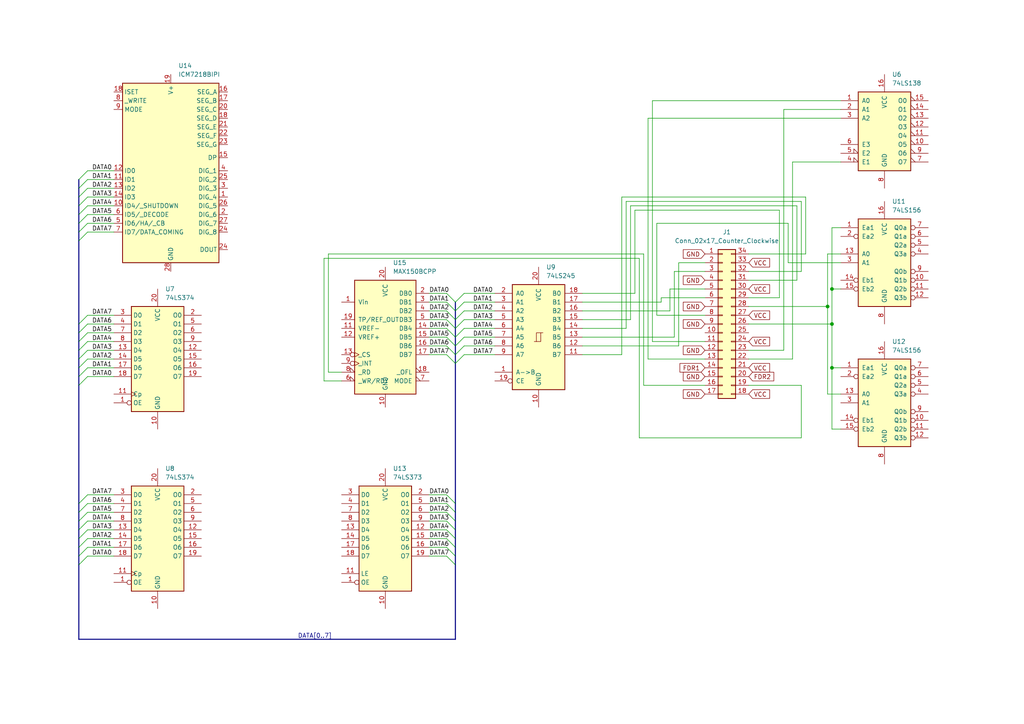
<source format=kicad_sch>
(kicad_sch (version 20230121) (generator eeschema)
  (paper "A4")
  (title_block (title "ETCExpress Control Surface"))
  (lib_symbols
    (symbol "74xx:74LS138" (pin_names (offset 1.016))
      (property "Reference" "U" (at -7.62 11.43 0))
      (property "Value" "74LS138" (at -7.62 -13.97 0))
      (symbol "74LS138_1_0"
        (pin input line (at -12.7 7.62 0) (length 5.08) (name "A0") (number "1"))
        (pin output output_low (at 12.7 -5.08 180) (length 5.08) (name "O5") (number "10"))
        (pin output output_low (at 12.7 -2.54 180) (length 5.08) (name "O4") (number "11"))
        (pin output output_low (at 12.7 0 180) (length 5.08) (name "O3") (number "12"))
        (pin output output_low (at 12.7 2.54 180) (length 5.08) (name "O2") (number "13"))
        (pin output output_low (at 12.7 5.08 180) (length 5.08) (name "O1") (number "14"))
        (pin output output_low (at 12.7 7.62 180) (length 5.08) (name "O0") (number "15"))
        (pin power_in line (at 0 15.24 270) (length 5.08) (name "VCC") (number "16"))
        (pin input line (at -12.7 5.08 0) (length 5.08) (name "A1") (number "2"))
        (pin input line (at -12.7 2.54 0) (length 5.08) (name "A2") (number "3"))
        (pin input input_low (at -12.7 -10.16 0) (length 5.08) (name "E1") (number "4"))
        (pin input input_low (at -12.7 -7.62 0) (length 5.08) (name "E2") (number "5"))
        (pin input line (at -12.7 -5.08 0) (length 5.08) (name "E3") (number "6"))
        (pin output output_low (at 12.7 -10.16 180) (length 5.08) (name "O7") (number "7"))
        (pin power_in line (at 0 -17.78 90) (length 5.08) (name "GND") (number "8"))
        (pin output output_low (at 12.7 -7.62 180) (length 5.08) (name "O6") (number "9"))
      )
      (symbol "74LS138_1_1"
        (rectangle (start -7.62 10.16) (end 7.62 -12.7) (stroke (width 0.254)) (fill (type background)))
      )
    )
    (symbol "74xx:74LS156" (pin_names (offset 1.016))
      (property "Reference" "U" (at -7.62 13.97 0))
      (property "Value" "74LS156" (at -7.62 -13.97 0))
      (symbol "74LS156_1_0"
        (pin input line (at -12.7 10.16 0) (length 5.08) (name "Ea1") (number "1"))
        (pin output inverted (at 12.7 -5.08 180) (length 5.08) (name "Q1b") (number "10"))
        (pin output inverted (at 12.7 -7.62 180) (length 5.08) (name "Q2b") (number "11"))
        (pin output inverted (at 12.7 -10.16 180) (length 5.08) (name "Q3b") (number "12"))
        (pin input line (at -12.7 2.54 0) (length 5.08) (name "A0") (number "13"))
        (pin input inverted (at -12.7 -5.08 0) (length 5.08) (name "Eb1") (number "14"))
        (pin input inverted (at -12.7 -7.62 0) (length 5.08) (name "Eb2") (number "15"))
        (pin power_in line (at 0 17.78 270) (length 5.08) (name "VCC") (number "16"))
        (pin input inverted (at -12.7 7.62 0) (length 5.08) (name "Ea2") (number "2"))
        (pin input line (at -12.7 0 0) (length 5.08) (name "A1") (number "3"))
        (pin output inverted (at 12.7 2.54 180) (length 5.08) (name "Q3a") (number "4"))
        (pin output inverted (at 12.7 5.08 180) (length 5.08) (name "Q2a") (number "5"))
        (pin output inverted (at 12.7 7.62 180) (length 5.08) (name "Q1a") (number "6"))
        (pin output inverted (at 12.7 10.16 180) (length 5.08) (name "Q0a") (number "7"))
        (pin power_in line (at 0 -17.78 90) (length 5.08) (name "GND") (number "8"))
        (pin output inverted (at 12.7 -2.54 180) (length 5.08) (name "Q0b") (number "9"))
      )
      (symbol "74LS156_1_1"
        (rectangle (start -7.62 12.7) (end 7.62 -12.7) (stroke (width 0.254)) (fill (type background)))
      )
    )
    (symbol "74xx:74LS245" (pin_names (offset 1.016))
      (property "Reference" "U" (at -7.62 16.51 0))
      (property "Value" "74LS245" (at -7.62 -16.51 0))
      (symbol "74LS245_1_0"
        (polyline (pts (xy -0.635 -1.27) (xy -0.635 1.27) (xy 0.635 1.27)))
        (polyline (pts (xy -1.27 -1.27) (xy 0.635 -1.27) (xy 0.635 1.27) (xy 1.27 1.27)))
        (pin input line (at -12.7 -10.16 0) (length 5.08) (name "A->B") (number "1"))
        (pin power_in line (at 0 -20.32 90) (length 5.08) (name "GND") (number "10"))
        (pin tri_state line (at 12.7 -5.08 180) (length 5.08) (name "B7") (number "11"))
        (pin tri_state line (at 12.7 -2.54 180) (length 5.08) (name "B6") (number "12"))
        (pin tri_state line (at 12.7 0 180) (length 5.08) (name "B5") (number "13"))
        (pin tri_state line (at 12.7 2.54 180) (length 5.08) (name "B4") (number "14"))
        (pin tri_state line (at 12.7 5.08 180) (length 5.08) (name "B3") (number "15"))
        (pin tri_state line (at 12.7 7.62 180) (length 5.08) (name "B2") (number "16"))
        (pin tri_state line (at 12.7 10.16 180) (length 5.08) (name "B1") (number "17"))
        (pin tri_state line (at 12.7 12.7 180) (length 5.08) (name "B0") (number "18"))
        (pin input inverted (at -12.7 -12.7 0) (length 5.08) (name "CE") (number "19"))
        (pin tri_state line (at -12.7 12.7 0) (length 5.08) (name "A0") (number "2"))
        (pin power_in line (at 0 20.32 270) (length 5.08) (name "VCC") (number "20"))
        (pin tri_state line (at -12.7 10.16 0) (length 5.08) (name "A1") (number "3"))
        (pin tri_state line (at -12.7 7.62 0) (length 5.08) (name "A2") (number "4"))
        (pin tri_state line (at -12.7 5.08 0) (length 5.08) (name "A3") (number "5"))
        (pin tri_state line (at -12.7 2.54 0) (length 5.08) (name "A4") (number "6"))
        (pin tri_state line (at -12.7 0 0) (length 5.08) (name "A5") (number "7"))
        (pin tri_state line (at -12.7 -2.54 0) (length 5.08) (name "A6") (number "8"))
        (pin tri_state line (at -12.7 -5.08 0) (length 5.08) (name "A7") (number "9"))
      )
      (symbol "74LS245_1_1"
        (rectangle (start -7.62 15.24) (end 7.62 -15.24) (stroke (width 0.254)) (fill (type background)))
      )
    )
    (symbol "74xx:74LS373"
      (property "Reference" "U" (at -7.62 16.51 0))
      (property "Value" "74LS373" (at -7.62 -16.51 0))
      (symbol "74LS373_1_0"
        (pin input inverted (at -12.7 -12.7 0) (length 5.08) (name "OE") (number "1"))
        (pin power_in line (at 0 -20.32 90) (length 5.08) (name "GND") (number "10"))
        (pin input line (at -12.7 -10.16 0) (length 5.08) (name "LE") (number "11"))
        (pin tri_state line (at 12.7 2.54 180) (length 5.08) (name "O4") (number "12"))
        (pin input line (at -12.7 2.54 0) (length 5.08) (name "D4") (number "13"))
        (pin input line (at -12.7 0 0) (length 5.08) (name "D5") (number "14"))
        (pin tri_state line (at 12.7 0 180) (length 5.08) (name "O5") (number "15"))
        (pin tri_state line (at 12.7 -2.54 180) (length 5.08) (name "O6") (number "16"))
        (pin input line (at -12.7 -2.54 0) (length 5.08) (name "D6") (number "17"))
        (pin input line (at -12.7 -5.08 0) (length 5.08) (name "D7") (number "18"))
        (pin tri_state line (at 12.7 -5.08 180) (length 5.08) (name "O7") (number "19"))
        (pin tri_state line (at 12.7 12.7 180) (length 5.08) (name "O0") (number "2"))
        (pin power_in line (at 0 20.32 270) (length 5.08) (name "VCC") (number "20"))
        (pin input line (at -12.7 12.7 0) (length 5.08) (name "D0") (number "3"))
        (pin input line (at -12.7 10.16 0) (length 5.08) (name "D1") (number "4"))
        (pin tri_state line (at 12.7 10.16 180) (length 5.08) (name "O1") (number "5"))
        (pin tri_state line (at 12.7 7.62 180) (length 5.08) (name "O2") (number "6"))
        (pin input line (at -12.7 7.62 0) (length 5.08) (name "D2") (number "7"))
        (pin input line (at -12.7 5.08 0) (length 5.08) (name "D3") (number "8"))
        (pin tri_state line (at 12.7 5.08 180) (length 5.08) (name "O3") (number "9"))
      )
      (symbol "74LS373_1_1"
        (rectangle (start -7.62 15.24) (end 7.62 -15.24) (stroke (width 0.254)) (fill (type background)))
      )
    )
    (symbol "74xx:74LS374"
      (property "Reference" "U" (at -7.62 16.51 0))
      (property "Value" "74LS374" (at -7.62 -16.51 0))
      (symbol "74LS374_1_0"
        (pin input inverted (at -12.7 -12.7 0) (length 5.08) (name "OE") (number "1"))
        (pin power_in line (at 0 -20.32 90) (length 5.08) (name "GND") (number "10"))
        (pin input clock (at -12.7 -10.16 0) (length 5.08) (name "Cp") (number "11"))
        (pin tri_state line (at 12.7 2.54 180) (length 5.08) (name "O4") (number "12"))
        (pin input line (at -12.7 2.54 0) (length 5.08) (name "D4") (number "13"))
        (pin input line (at -12.7 0 0) (length 5.08) (name "D5") (number "14"))
        (pin tri_state line (at 12.7 0 180) (length 5.08) (name "O5") (number "15"))
        (pin tri_state line (at 12.7 -2.54 180) (length 5.08) (name "O6") (number "16"))
        (pin input line (at -12.7 -2.54 0) (length 5.08) (name "D6") (number "17"))
        (pin input line (at -12.7 -5.08 0) (length 5.08) (name "D7") (number "18"))
        (pin tri_state line (at 12.7 -5.08 180) (length 5.08) (name "O7") (number "19"))
        (pin tri_state line (at 12.7 12.7 180) (length 5.08) (name "O0") (number "2"))
        (pin power_in line (at 0 20.32 270) (length 5.08) (name "VCC") (number "20"))
        (pin input line (at -12.7 12.7 0) (length 5.08) (name "D0") (number "3"))
        (pin input line (at -12.7 10.16 0) (length 5.08) (name "D1") (number "4"))
        (pin tri_state line (at 12.7 10.16 180) (length 5.08) (name "O1") (number "5"))
        (pin tri_state line (at 12.7 7.62 180) (length 5.08) (name "O2") (number "6"))
        (pin input line (at -12.7 7.62 0) (length 5.08) (name "D2") (number "7"))
        (pin input line (at -12.7 5.08 0) (length 5.08) (name "D3") (number "8"))
        (pin tri_state line (at 12.7 5.08 180) (length 5.08) (name "O3") (number "9"))
      )
      (symbol "74LS374_1_1"
        (rectangle (start -7.62 15.24) (end 7.62 -15.24) (stroke (width 0.254)) (fill (type background)))
      )
    )
    (symbol "Analog_ADC:MAX150BCPP" (pin_names (offset 1.016))
      (property "Reference" "U" (at -7.62 17.78 0))
      (property "Value" "MAX150BCPP" (at 3.81 17.78 0))
      (symbol "MAX150BCPP_0_1"
        (rectangle (start -8.89 -16.51) (end 8.89 16.51) (stroke (width 0.254)) (fill (type background)))
      )
      (symbol "MAX150BCPP_1_1"
        (pin input line (at -12.7 10.16 0) (length 3.81) (name "Vin") (number "1"))
        (pin power_in line (at 0 -20.32 90) (length 3.81) (name "GND") (number "10"))
        (pin input line (at -12.7 2.54 0) (length 3.81) (name "VREF-") (number "11"))
        (pin input line (at -12.7 0 0) (length 3.81) (name "VREF+") (number "12"))
        (pin input inverted_clock (at -12.7 -5.08 0) (length 3.81) (name "_CS") (number "13"))
        (pin tri_state line (at 12.7 2.54 180) (length 3.81) (name "DB4") (number "14"))
        (pin tri_state line (at 12.7 0 180) (length 3.81) (name "DB5") (number "15"))
        (pin tri_state line (at 12.7 -2.54 180) (length 3.81) (name "DB6") (number "16"))
        (pin tri_state line (at 12.7 -5.08 180) (length 3.81) (name "DB7") (number "17"))
        (pin output output_low (at 12.7 -10.16 180) (length 3.81) (name "_OFL") (number "18"))
        (pin input line (at -12.7 5.08 0) (length 3.81) (name "TP/REF_OUT") (number "19"))
        (pin tri_state line (at 12.7 12.7 180) (length 3.81) (name "DB0") (number "2"))
        (pin power_in line (at 0 20.32 270) (length 3.81) (name "VCC") (number "20"))
        (pin tri_state line (at 12.7 10.16 180) (length 3.81) (name "DB1") (number "3"))
        (pin tri_state line (at 12.7 7.62 180) (length 3.81) (name "DB2") (number "4"))
        (pin tri_state line (at 12.7 5.08 180) (length 3.81) (name "DB3") (number "5"))
        (pin input input_low (at -12.7 -12.7 0) (length 3.81) (name "_WR/RDY") (number "6"))
        (pin output output_low (at 12.7 -12.7 180) (length 3.81) (name "MODE") (number "7"))
        (pin input input_low (at -12.7 -10.16 0) (length 3.81) (name "_RD") (number "8"))
        (pin input inverted_clock (at -12.7 -7.62 0) (length 3.81) (name "_INT") (number "9"))
      )
    )
    (symbol "Connector_Generic:Conn_02x17_Counter_Clockwise" (pin_names (offset 1.016) hide)
      (property "Reference" "J" (at 1.27 22.86 0))
      (property "Value" "Conn_02x17_Counter_Clockwise" (at 1.27 -22.86 0))
      (symbol "Conn_02x17_Counter_Clockwise_1_1"
        (rectangle (start -1.27 -20.193) (end 0 -20.447) (stroke (width 0.1524)))
        (rectangle (start -1.27 -17.653) (end 0 -17.907) (stroke (width 0.1524)))
        (rectangle (start -1.27 -15.113) (end 0 -15.367) (stroke (width 0.1524)))
        (rectangle (start -1.27 -12.573) (end 0 -12.827) (stroke (width 0.1524)))
        (rectangle (start -1.27 -10.033) (end 0 -10.287) (stroke (width 0.1524)))
        (rectangle (start -1.27 -7.493) (end 0 -7.747) (stroke (width 0.1524)))
        (rectangle (start -1.27 -4.953) (end 0 -5.207) (stroke (width 0.1524)))
        (rectangle (start -1.27 -2.413) (end 0 -2.667) (stroke (width 0.1524)))
        (rectangle (start -1.27 0.127) (end 0 -0.127) (stroke (width 0.1524)))
        (rectangle (start -1.27 2.667) (end 0 2.413) (stroke (width 0.1524)))
        (rectangle (start -1.27 5.207) (end 0 4.953) (stroke (width 0.1524)))
        (rectangle (start -1.27 7.747) (end 0 7.493) (stroke (width 0.1524)))
        (rectangle (start -1.27 10.287) (end 0 10.033) (stroke (width 0.1524)))
        (rectangle (start -1.27 12.827) (end 0 12.573) (stroke (width 0.1524)))
        (rectangle (start -1.27 15.367) (end 0 15.113) (stroke (width 0.1524)))
        (rectangle (start -1.27 17.907) (end 0 17.653) (stroke (width 0.1524)))
        (rectangle (start -1.27 20.447) (end 0 20.193) (stroke (width 0.1524)))
        (rectangle (start -1.27 21.59) (end 3.81 -21.59) (stroke (width 0.254)) (fill (type background)))
        (rectangle (start 3.81 -20.193) (end 2.54 -20.447) (stroke (width 0.1524)))
        (rectangle (start 3.81 -17.653) (end 2.54 -17.907) (stroke (width 0.1524)))
        (rectangle (start 3.81 -15.113) (end 2.54 -15.367) (stroke (width 0.1524)))
        (rectangle (start 3.81 -12.573) (end 2.54 -12.827) (stroke (width 0.1524)))
        (rectangle (start 3.81 -10.033) (end 2.54 -10.287) (stroke (width 0.1524)))
        (rectangle (start 3.81 -7.493) (end 2.54 -7.747) (stroke (width 0.1524)))
        (rectangle (start 3.81 -4.953) (end 2.54 -5.207) (stroke (width 0.1524)))
        (rectangle (start 3.81 -2.413) (end 2.54 -2.667) (stroke (width 0.1524)))
        (rectangle (start 3.81 0.127) (end 2.54 -0.127) (stroke (width 0.1524)))
        (rectangle (start 3.81 2.667) (end 2.54 2.413) (stroke (width 0.1524)))
        (rectangle (start 3.81 5.207) (end 2.54 4.953) (stroke (width 0.1524)))
        (rectangle (start 3.81 7.747) (end 2.54 7.493) (stroke (width 0.1524)))
        (rectangle (start 3.81 10.287) (end 2.54 10.033) (stroke (width 0.1524)))
        (rectangle (start 3.81 12.827) (end 2.54 12.573) (stroke (width 0.1524)))
        (rectangle (start 3.81 15.367) (end 2.54 15.113) (stroke (width 0.1524)))
        (rectangle (start 3.81 17.907) (end 2.54 17.653) (stroke (width 0.1524)))
        (rectangle (start 3.81 20.447) (end 2.54 20.193) (stroke (width 0.1524)))
        (pin passive line (at -5.08 20.32 0) (length 3.81) (name "Pin_1") (number "1"))
        (pin passive line (at -5.08 -2.54 0) (length 3.81) (name "Pin_10") (number "10"))
        (pin passive line (at -5.08 -5.08 0) (length 3.81) (name "Pin_11") (number "11"))
        (pin passive line (at -5.08 -7.62 0) (length 3.81) (name "Pin_12") (number "12"))
        (pin passive line (at -5.08 -10.16 0) (length 3.81) (name "Pin_13") (number "13"))
        (pin passive line (at -5.08 -12.7 0) (length 3.81) (name "Pin_14") (number "14"))
        (pin passive line (at -5.08 -15.24 0) (length 3.81) (name "Pin_15") (number "15"))
        (pin passive line (at -5.08 -17.78 0) (length 3.81) (name "Pin_16") (number "16"))
        (pin passive line (at -5.08 -20.32 0) (length 3.81) (name "Pin_17") (number "17"))
        (pin passive line (at 7.62 -20.32 180) (length 3.81) (name "Pin_18") (number "18"))
        (pin passive line (at 7.62 -17.78 180) (length 3.81) (name "Pin_19") (number "19"))
        (pin passive line (at -5.08 17.78 0) (length 3.81) (name "Pin_2") (number "2"))
        (pin passive line (at 7.62 -15.24 180) (length 3.81) (name "Pin_20") (number "20"))
        (pin passive line (at 7.62 -12.7 180) (length 3.81) (name "Pin_21") (number "21"))
        (pin passive line (at 7.62 -10.16 180) (length 3.81) (name "Pin_22") (number "22"))
        (pin passive line (at 7.62 -7.62 180) (length 3.81) (name "Pin_23") (number "23"))
        (pin passive line (at 7.62 -5.08 180) (length 3.81) (name "Pin_24") (number "24"))
        (pin passive line (at 7.62 -2.54 180) (length 3.81) (name "Pin_25") (number "25"))
        (pin passive line (at 7.62 0 180) (length 3.81) (name "Pin_26") (number "26"))
        (pin passive line (at 7.62 2.54 180) (length 3.81) (name "Pin_27") (number "27"))
        (pin passive line (at 7.62 5.08 180) (length 3.81) (name "Pin_28") (number "28"))
        (pin passive line (at 7.62 7.62 180) (length 3.81) (name "Pin_29") (number "29"))
        (pin passive line (at -5.08 15.24 0) (length 3.81) (name "Pin_3") (number "3"))
        (pin passive line (at 7.62 10.16 180) (length 3.81) (name "Pin_30") (number "30"))
        (pin passive line (at 7.62 12.7 180) (length 3.81) (name "Pin_31") (number "31"))
        (pin passive line (at 7.62 15.24 180) (length 3.81) (name "Pin_32") (number "32"))
        (pin passive line (at 7.62 17.78 180) (length 3.81) (name "Pin_33") (number "33"))
        (pin passive line (at 7.62 20.32 180) (length 3.81) (name "Pin_34") (number "34"))
        (pin passive line (at -5.08 12.7 0) (length 3.81) (name "Pin_4") (number "4"))
        (pin passive line (at -5.08 10.16 0) (length 3.81) (name "Pin_5") (number "5"))
        (pin passive line (at -5.08 7.62 0) (length 3.81) (name "Pin_6") (number "6"))
        (pin passive line (at -5.08 5.08 0) (length 3.81) (name "Pin_7") (number "7"))
        (pin passive line (at -5.08 2.54 0) (length 3.81) (name "Pin_8") (number "8"))
        (pin passive line (at -5.08 0 0) (length 3.81) (name "Pin_9") (number "9"))
      )
    )
    (symbol "Driver_LED:MAX7219"
      (property "Reference" "U" (at -6.35 24.13 0))
      (property "Value" "MAX7219" (at 10.16 25.4 0))
      (symbol "MAX7219_0_1"
        (rectangle (start -7.62 22.86) (end 20.32 -29.21) (stroke (width 0.254)) (fill (type background)))
      )
      (symbol "MAX7219_1_1"
        (pin output line (at 22.86 -10.16 180) (length 2.54) (name "DIG_4") (number "1"))
        (pin input line (at -10.16 -12.7 0) (length 2.54) (name "ID4/_SHUTDOWN") (number "10"))
        (pin input line (at -10.16 -5.08 0) (length 2.54) (name "ID1") (number "11"))
        (pin input line (at -10.16 -2.54 0) (length 2.54) (name "ID0") (number "12"))
        (pin input line (at -10.16 -7.62 0) (length 2.54) (name "ID2") (number "13"))
        (pin input line (at -10.16 -10.16 0) (length 2.54) (name "ID3") (number "14"))
        (pin output line (at 22.86 1.27 180) (length 2.54) (name "DP") (number "15"))
        (pin output line (at 22.86 20.32 180) (length 2.54) (name "SEG_A") (number "16"))
        (pin output line (at 22.86 17.78 180) (length 2.54) (name "SEG_B") (number "17"))
        (pin input line (at -10.16 20.32 0) (length 2.54) (name "ISET") (number "18"))
        (pin output line (at 22.86 12.7 180) (length 2.54) (name "SEG_D") (number "18"))
        (pin power_in line (at 6.35 25.4 270) (length 2.54) (name "V+") (number "19"))
        (pin output line (at 22.86 -15.24 180) (length 2.54) (name "DIG_6") (number "2"))
        (pin output line (at 22.86 15.24 180) (length 2.54) (name "SEG_C") (number "20"))
        (pin output line (at 22.86 10.16 180) (length 2.54) (name "SEG_E") (number "21"))
        (pin output line (at 22.86 7.62 180) (length 2.54) (name "SEG_F") (number "22"))
        (pin output line (at 22.86 5.08 180) (length 2.54) (name "SEG_G") (number "23"))
        (pin output line (at 22.86 -20.32 180) (length 2.54) (name "DIG_8") (number "24"))
        (pin output line (at 22.86 -25.4 180) (length 2.54) (name "DOUT") (number "24"))
        (pin output line (at 22.86 -5.08 180) (length 2.54) (name "DIG_2") (number "25"))
        (pin output line (at 22.86 -12.7 180) (length 2.54) (name "DIG_5") (number "26"))
        (pin output line (at 22.86 -17.78 180) (length 2.54) (name "DIG_7") (number "27"))
        (pin power_in line (at 6.35 -31.75 90) (length 2.54) (name "GND") (number "28"))
        (pin output line (at 22.86 -7.62 180) (length 2.54) (name "DIG_3") (number "3"))
        (pin output line (at 22.86 -2.54 180) (length 2.54) (name "DIG_1") (number "4"))
        (pin input line (at -10.16 -17.78 0) (length 2.54) (name "ID6/HA/_CB") (number "5"))
        (pin input line (at -10.16 -15.24 0) (length 2.54) (name "ID5/_DECODE") (number "6"))
        (pin input line (at -10.16 -20.32 0) (length 2.54) (name "ID7/DATA_COMING") (number "7"))
        (pin input line (at -10.16 17.78 0) (length 2.54) (name "_WRITE") (number "8"))
        (pin passive line (at 3.81 -25.4 90) (length 2.54) hide (name "GND") (number "9"))
        (pin input line (at -10.16 15.24 0) (length 2.54) (name "MODE") (number "9"))
      )
    )
  )
  (junction (at 241.3 106.68))
  (junction (at 241.3 93.98))
  (junction (at 241.3 83.82))
  (junction (at 240.03 88.9))
  (bus_entry (at 22.86 111.76) (size 2.54 -2.54))
  (bus_entry (at 22.86 151.13) (size 2.54 -2.54))
  (bus_entry (at 22.86 106.68) (size 2.54 -2.54))
  (bus_entry (at 22.86 161.29) (size 2.54 -2.54))
  (bus_entry (at 132.08 153.67) (size -2.54 -2.54))
  (bus_entry (at 22.86 54.61) (size 2.54 -2.54))
  (bus_entry (at 132.08 87.63) (size 2.54 -2.54))
  (bus_entry (at 22.86 62.23) (size 2.54 -2.54))
  (bus_entry (at 132.08 92.71) (size -2.54 -2.54))
  (bus_entry (at 132.08 151.13) (size -2.54 -2.54))
  (bus_entry (at 132.08 97.79) (size -2.54 -2.54))
  (bus_entry (at 22.86 93.98) (size 2.54 -2.54))
  (bus_entry (at 132.08 148.59) (size -2.54 -2.54))
  (bus_entry (at 22.86 96.52) (size 2.54 -2.54))
  (bus_entry (at 22.86 59.69) (size 2.54 -2.54))
  (bus_entry (at 22.86 146.05) (size 2.54 -2.54))
  (bus_entry (at 132.08 158.75) (size -2.54 -2.54))
  (bus_entry (at 132.08 102.87) (size -2.54 -2.54))
  (bus_entry (at 132.08 163.83) (size -2.54 -2.54))
  (bus_entry (at 132.08 90.17) (size -2.54 -2.54))
  (bus_entry (at 22.86 158.75) (size 2.54 -2.54))
  (bus_entry (at 132.08 146.05) (size -2.54 -2.54))
  (bus_entry (at 132.08 87.63) (size -2.54 -2.54))
  (bus_entry (at 132.08 92.71) (size 2.54 -2.54))
  (bus_entry (at 22.86 69.85) (size 2.54 -2.54))
  (bus_entry (at 22.86 104.14) (size 2.54 -2.54))
  (bus_entry (at 22.86 156.21) (size 2.54 -2.54))
  (bus_entry (at 132.08 90.17) (size 2.54 -2.54))
  (bus_entry (at 132.08 156.21) (size -2.54 -2.54))
  (bus_entry (at 132.08 102.87) (size 2.54 -2.54))
  (bus_entry (at 132.08 97.79) (size 2.54 -2.54))
  (bus_entry (at 22.86 148.59) (size 2.54 -2.54))
  (bus_entry (at 22.86 163.83) (size 2.54 -2.54))
  (bus_entry (at 132.08 95.25) (size 2.54 -2.54))
  (bus_entry (at 132.08 105.41) (size 2.54 -2.54))
  (bus_entry (at 132.08 161.29) (size -2.54 -2.54))
  (bus_entry (at 22.86 67.31) (size 2.54 -2.54))
  (bus_entry (at 22.86 57.15) (size 2.54 -2.54))
  (bus_entry (at 22.86 101.6) (size 2.54 -2.54))
  (bus_entry (at 22.86 99.06) (size 2.54 -2.54))
  (bus_entry (at 22.86 109.22) (size 2.54 -2.54))
  (bus_entry (at 132.08 95.25) (size -2.54 -2.54))
  (bus_entry (at 132.08 100.33) (size -2.54 -2.54))
  (bus_entry (at 22.86 52.07) (size 2.54 -2.54))
  (bus_entry (at 22.86 153.67) (size 2.54 -2.54))
  (bus_entry (at 22.86 64.77) (size 2.54 -2.54))
  (bus_entry (at 132.08 105.41) (size -2.54 -2.54))
  (bus_entry (at 132.08 100.33) (size 2.54 -2.54))
  (wire (pts (xy 241.3 93.98) (xy 241.3 83.82)))
  (wire (pts (xy 196.85 76.2) (xy 196.85 100.33)))
  (wire (pts (xy 241.3 106.68) (xy 243.84 106.68)))
  (wire (pts (xy 241.3 66.04) (xy 243.84 66.04)))
  (wire (pts (xy 124.46 92.71) (xy 129.54 92.71)))
  (wire (pts (xy 25.4 49.53) (xy 33.02 49.53)))
  (bus (pts (xy 132.08 100.33) (xy 132.08 102.87)))
  (wire (pts (xy 124.46 153.67) (xy 129.54 153.67)))
  (wire (pts (xy 228.6 64.77) (xy 228.6 76.2)))
  (bus (pts (xy 22.86 52.07) (xy 22.86 54.61)))
  (wire (pts (xy 191.77 87.63) (xy 191.77 86.36)))
  (wire (pts (xy 241.3 83.82) (xy 243.84 83.82)))
  (wire (pts (xy 134.62 97.79) (xy 143.51 97.79)))
  (wire (pts (xy 25.4 52.07) (xy 33.02 52.07)))
  (wire (pts (xy 25.4 57.15) (xy 33.02 57.15)))
  (wire (pts (xy 25.4 151.13) (xy 33.02 151.13)))
  (wire (pts (xy 184.15 60.96) (xy 184.15 85.09)))
  (wire (pts (xy 229.87 104.14) (xy 229.87 46.99)))
  (wire (pts (xy 25.4 104.14) (xy 33.02 104.14)))
  (wire (pts (xy 185.42 127) (xy 232.41 127)))
  (wire (pts (xy 204.47 83.82) (xy 194.31 83.82)))
  (wire (pts (xy 217.17 93.98) (xy 241.3 93.98)))
  (wire (pts (xy 129.54 85.09) (xy 124.46 85.09)))
  (wire (pts (xy 194.31 83.82) (xy 194.31 90.17)))
  (bus (pts (xy 132.08 146.05) (xy 132.08 148.59)))
  (bus (pts (xy 132.08 158.75) (xy 132.08 161.29)))
  (wire (pts (xy 189.23 29.21) (xy 243.84 29.21)))
  (bus (pts (xy 132.08 185.42) (xy 22.86 185.42)))
  (wire (pts (xy 187.96 104.14) (xy 187.96 34.29)))
  (wire (pts (xy 217.17 104.14) (xy 229.87 104.14)))
  (wire (pts (xy 25.4 91.44) (xy 33.02 91.44)))
  (bus (pts (xy 22.86 99.06) (xy 22.86 101.6)))
  (wire (pts (xy 25.4 54.61) (xy 33.02 54.61)))
  (wire (pts (xy 196.85 100.33) (xy 168.91 100.33)))
  (wire (pts (xy 227.33 31.75) (xy 243.84 31.75)))
  (wire (pts (xy 185.42 74.93) (xy 185.42 127)))
  (bus (pts (xy 22.86 101.6) (xy 22.86 104.14)))
  (wire (pts (xy 232.41 127) (xy 232.41 111.76)))
  (wire (pts (xy 231.14 81.28) (xy 231.14 59.69)))
  (bus (pts (xy 22.86 54.61) (xy 22.86 57.15)))
  (wire (pts (xy 25.4 109.22) (xy 33.02 109.22)))
  (wire (pts (xy 195.58 78.74) (xy 195.58 97.79)))
  (bus (pts (xy 22.86 93.98) (xy 22.86 96.52)))
  (wire (pts (xy 124.46 97.79) (xy 129.54 97.79)))
  (wire (pts (xy 124.46 161.29) (xy 129.54 161.29)))
  (wire (pts (xy 204.47 76.2) (xy 196.85 76.2)))
  (bus (pts (xy 22.86 153.67) (xy 22.86 156.21)))
  (wire (pts (xy 194.31 90.17) (xy 168.91 90.17)))
  (bus (pts (xy 132.08 156.21) (xy 132.08 158.75)))
  (wire (pts (xy 25.4 99.06) (xy 33.02 99.06)))
  (wire (pts (xy 226.06 60.96) (xy 184.15 60.96)))
  (bus (pts (xy 22.86 111.76) (xy 22.86 146.05)))
  (wire (pts (xy 25.4 106.68) (xy 33.02 106.68)))
  (wire (pts (xy 217.17 88.9) (xy 240.03 88.9)))
  (wire (pts (xy 25.4 96.52) (xy 33.02 96.52)))
  (wire (pts (xy 134.62 102.87) (xy 143.51 102.87)))
  (wire (pts (xy 124.46 102.87) (xy 129.54 102.87)))
  (wire (pts (xy 231.14 59.69) (xy 182.88 59.69)))
  (bus (pts (xy 22.86 109.22) (xy 22.86 111.76)))
  (wire (pts (xy 181.61 95.25) (xy 168.91 95.25)))
  (wire (pts (xy 95.25 73.66) (xy 186.69 73.66)))
  (wire (pts (xy 233.68 73.66) (xy 233.68 57.15)))
  (wire (pts (xy 25.4 158.75) (xy 33.02 158.75)))
  (wire (pts (xy 240.03 73.66) (xy 243.84 73.66)))
  (bus (pts (xy 132.08 87.63) (xy 132.08 90.17)))
  (wire (pts (xy 217.17 81.28) (xy 231.14 81.28)))
  (bus (pts (xy 132.08 102.87) (xy 132.08 105.41)))
  (wire (pts (xy 240.03 88.9) (xy 240.03 114.3)))
  (bus (pts (xy 132.08 161.29) (xy 132.08 163.83)))
  (wire (pts (xy 124.46 143.51) (xy 129.54 143.51)))
  (wire (pts (xy 25.4 143.51) (xy 33.02 143.51)))
  (wire (pts (xy 124.46 95.25) (xy 129.54 95.25)))
  (wire (pts (xy 186.69 111.76) (xy 204.47 111.76)))
  (bus (pts (xy 132.08 97.79) (xy 132.08 100.33)))
  (bus (pts (xy 22.86 62.23) (xy 22.86 64.77)))
  (wire (pts (xy 134.62 95.25) (xy 143.51 95.25)))
  (wire (pts (xy 168.91 87.63) (xy 191.77 87.63)))
  (bus (pts (xy 22.86 158.75) (xy 22.86 161.29)))
  (wire (pts (xy 187.96 34.29) (xy 243.84 34.29)))
  (wire (pts (xy 93.98 110.49) (xy 93.98 74.93)))
  (wire (pts (xy 190.5 91.44) (xy 204.47 91.44)))
  (wire (pts (xy 241.3 83.82) (xy 241.3 66.04)))
  (wire (pts (xy 232.41 58.42) (xy 181.61 58.42)))
  (wire (pts (xy 124.46 90.17) (xy 129.54 90.17)))
  (wire (pts (xy 217.17 86.36) (xy 226.06 86.36)))
  (wire (pts (xy 191.77 86.36) (xy 204.47 86.36)))
  (wire (pts (xy 124.46 158.75) (xy 129.54 158.75)))
  (wire (pts (xy 240.03 114.3) (xy 243.84 114.3)))
  (bus (pts (xy 132.08 95.25) (xy 132.08 97.79)))
  (bus (pts (xy 22.86 163.83) (xy 22.86 185.42)))
  (wire (pts (xy 217.17 101.6) (xy 227.33 101.6)))
  (bus (pts (xy 22.86 57.15) (xy 22.86 59.69)))
  (wire (pts (xy 233.68 57.15) (xy 180.34 57.15)))
  (wire (pts (xy 232.41 78.74) (xy 232.41 58.42)))
  (wire (pts (xy 190.5 64.77) (xy 228.6 64.77)))
  (wire (pts (xy 134.62 87.63) (xy 143.51 87.63)))
  (wire (pts (xy 240.03 88.9) (xy 240.03 73.66)))
  (wire (pts (xy 25.4 146.05) (xy 33.02 146.05)))
  (bus (pts (xy 22.86 148.59) (xy 22.86 151.13)))
  (wire (pts (xy 25.4 64.77) (xy 33.02 64.77)))
  (wire (pts (xy 184.15 85.09) (xy 168.91 85.09)))
  (bus (pts (xy 22.86 64.77) (xy 22.86 67.31)))
  (bus (pts (xy 132.08 151.13) (xy 132.08 153.67)))
  (wire (pts (xy 124.46 146.05) (xy 129.54 146.05)))
  (wire (pts (xy 180.34 102.87) (xy 168.91 102.87)))
  (wire (pts (xy 124.46 87.63) (xy 129.54 87.63)))
  (wire (pts (xy 25.4 67.31) (xy 33.02 67.31)))
  (bus (pts (xy 132.08 153.67) (xy 132.08 156.21)))
  (wire (pts (xy 168.91 92.71) (xy 182.88 92.71)))
  (wire (pts (xy 226.06 86.36) (xy 226.06 60.96)))
  (bus (pts (xy 132.08 163.83) (xy 132.08 185.42)))
  (wire (pts (xy 180.34 57.15) (xy 180.34 102.87)))
  (wire (pts (xy 25.4 148.59) (xy 33.02 148.59)))
  (wire (pts (xy 227.33 101.6) (xy 227.33 31.75)))
  (wire (pts (xy 186.69 73.66) (xy 186.69 111.76)))
  (wire (pts (xy 25.4 161.29) (xy 33.02 161.29)))
  (wire (pts (xy 134.62 90.17) (xy 143.51 90.17)))
  (wire (pts (xy 229.87 46.99) (xy 243.84 46.99)))
  (bus (pts (xy 22.86 151.13) (xy 22.86 153.67)))
  (wire (pts (xy 217.17 73.66) (xy 233.68 73.66)))
  (wire (pts (xy 232.41 111.76) (xy 217.17 111.76)))
  (wire (pts (xy 93.98 74.93) (xy 185.42 74.93)))
  (wire (pts (xy 25.4 153.67) (xy 33.02 153.67)))
  (wire (pts (xy 25.4 156.21) (xy 33.02 156.21)))
  (wire (pts (xy 217.17 78.74) (xy 232.41 78.74)))
  (wire (pts (xy 124.46 156.21) (xy 129.54 156.21)))
  (wire (pts (xy 182.88 59.69) (xy 182.88 92.71)))
  (wire (pts (xy 190.5 91.44) (xy 190.5 64.77)))
  (wire (pts (xy 99.06 110.49) (xy 93.98 110.49)))
  (wire (pts (xy 95.25 107.95) (xy 95.25 73.66)))
  (bus (pts (xy 22.86 156.21) (xy 22.86 158.75)))
  (wire (pts (xy 241.3 106.68) (xy 241.3 124.46)))
  (wire (pts (xy 189.23 99.06) (xy 189.23 29.21)))
  (wire (pts (xy 25.4 93.98) (xy 33.02 93.98)))
  (bus (pts (xy 22.86 96.52) (xy 22.86 99.06)))
  (wire (pts (xy 204.47 99.06) (xy 189.23 99.06)))
  (bus (pts (xy 132.08 105.41) (xy 132.08 146.05)))
  (bus (pts (xy 22.86 69.85) (xy 22.86 93.98)))
  (wire (pts (xy 25.4 59.69) (xy 33.02 59.69)))
  (bus (pts (xy 132.08 92.71) (xy 132.08 95.25)))
  (bus (pts (xy 22.86 59.69) (xy 22.86 62.23)))
  (wire (pts (xy 134.62 85.09) (xy 143.51 85.09)))
  (wire (pts (xy 124.46 151.13) (xy 129.54 151.13)))
  (wire (pts (xy 181.61 58.42) (xy 181.61 95.25)))
  (wire (pts (xy 124.46 100.33) (xy 129.54 100.33)))
  (wire (pts (xy 25.4 101.6) (xy 33.02 101.6)))
  (bus (pts (xy 22.86 146.05) (xy 22.86 148.59)))
  (wire (pts (xy 25.4 62.23) (xy 33.02 62.23)))
  (bus (pts (xy 22.86 67.31) (xy 22.86 69.85)))
  (wire (pts (xy 134.62 92.71) (xy 143.51 92.71)))
  (wire (pts (xy 134.62 100.33) (xy 143.51 100.33)))
  (bus (pts (xy 132.08 148.59) (xy 132.08 151.13)))
  (wire (pts (xy 124.46 148.59) (xy 129.54 148.59)))
  (bus (pts (xy 132.08 90.17) (xy 132.08 92.71)))
  (wire (pts (xy 99.06 107.95) (xy 95.25 107.95)))
  (wire (pts (xy 204.47 104.14) (xy 187.96 104.14)))
  (wire (pts (xy 195.58 97.79) (xy 168.91 97.79)))
  (wire (pts (xy 241.3 93.98) (xy 241.3 106.68)))
  (wire (pts (xy 241.3 124.46) (xy 243.84 124.46)))
  (bus (pts (xy 22.86 106.68) (xy 22.86 109.22)))
  (wire (pts (xy 228.6 76.2) (xy 243.84 76.2)))
  (wire (pts (xy 204.47 78.74) (xy 195.58 78.74)))
  (bus (pts (xy 22.86 104.14) (xy 22.86 106.68)))
  (bus (pts (xy 22.86 161.29) (xy 22.86 163.83)))
  (label "DATA7" (at 26.67 143.51 0))
  (label "DATA7" (at 26.67 91.44 0))
  (label "DATA6" (at 26.67 146.05 0))
  (label "DATA4" (at 124.46 153.67 0))
  (label "DATA3" (at 26.67 101.6 0))
  (label "DATA0" (at 26.67 109.22 0))
  (label "DATA4" (at 124.46 95.25 0))
  (label "DATA0" (at 26.67 161.29 0))
  (label "DATA5" (at 137.16 97.79 0))
  (label "DATA2" (at 26.67 156.21 0))
  (label "DATA6" (at 26.67 93.98 0))
  (label "DATA7" (at 26.67 67.31 0))
  (label "DATA7" (at 137.16 102.87 0))
  (label "DATA0" (at 26.67 49.53 0))
  (label "DATA6" (at 26.67 64.77 0))
  (label "DATA2" (at 137.16 90.17 0))
  (label "DATA5" (at 26.67 96.52 0))
  (label "DATA0" (at 124.46 143.51 0))
  (label "DATA2" (at 124.46 148.59 0))
  (label "DATA4" (at 26.67 99.06 0))
  (label "DATA3" (at 137.16 92.71 0))
  (label "DATA6" (at 124.46 158.75 0))
  (label "DATA2" (at 26.67 54.61 0))
  (label "DATA1" (at 124.46 87.63 0))
  (label "DATA7" (at 124.46 161.29 0))
  (label "DATA3" (at 26.67 57.15 0))
  (label "DATA1" (at 26.67 106.68 0))
  (label "DATA0" (at 124.46 85.09 0))
  (label "DATA4" (at 26.67 151.13 0))
  (label "DATA5" (at 124.46 97.79 0))
  (label "DATA1" (at 26.67 158.75 0))
  (label "DATA6" (at 124.46 100.33 0))
  (label "DATA5" (at 124.46 156.21 0))
  (label "DATA4" (at 137.16 95.25 0))
  (label "DATA2" (at 26.67 104.14 0))
  (label "DATA6" (at 137.16 100.33 0))
  (label "DATA0" (at 137.16 85.09 0))
  (label "DATA1" (at 26.67 52.07 0))
  (label "DATA1" (at 137.16 87.63 0))
  (label "DATA5" (at 26.67 62.23 0))
  (label "DATA4" (at 26.67 59.69 0))
  (label "DATA7" (at 124.46 102.87 0))
  (label "DATA5" (at 26.67 148.59 0))
  (label "DATA2" (at 124.46 90.17 0))
  (label "DATA3" (at 26.67 153.67 0))
  (label "DATA3" (at 124.46 92.71 0))
  (label "DATA[0..7]" (at 86.36 185.42 0))
  (label "DATA1" (at 124.46 146.05 0))
  (label "DATA3" (at 124.46 151.13 0))
  (global_label "GND" (shape input) (at 204.47 101.6 180) (property "Intersheetrefs" "${INTERSHEET_REFS}" (effects hide)))
  (global_label "VCC" (shape input) (at 217.17 114.3 0) (property "Intersheetrefs" "${INTERSHEET_REFS}" (effects hide)))
  (global_label "FDR2" (shape input) (at 217.17 109.22 0) (property "Intersheetrefs" "${INTERSHEET_REFS}" (effects hide)))
  (global_label "GND" (shape input) (at 204.47 81.28 180) (property "Intersheetrefs" "${INTERSHEET_REFS}" (effects hide)))
  (global_label "VCC" (shape input) (at 217.17 91.44 0) (property "Intersheetrefs" "${INTERSHEET_REFS}" (effects hide)))
  (global_label "VCC" (shape input) (at 217.17 99.06 0) (property "Intersheetrefs" "${INTERSHEET_REFS}" (effects hide)))
  (global_label "GND" (shape input) (at 204.47 109.22 180) (property "Intersheetrefs" "${INTERSHEET_REFS}" (effects hide)))
  (global_label "GND" (shape input) (at 204.47 88.9 180) (property "Intersheetrefs" "${INTERSHEET_REFS}" (effects hide)))
  (global_label "VCC" (shape input) (at 217.17 83.82 0) (property "Intersheetrefs" "${INTERSHEET_REFS}" (effects hide)))
  (global_label "VCC" (shape input) (at 217.17 106.68 0) (property "Intersheetrefs" "${INTERSHEET_REFS}" (effects hide)))
  (global_label "FDR1" (shape input) (at 204.47 106.68 180) (property "Intersheetrefs" "${INTERSHEET_REFS}" (effects hide)))
  (global_label "VCC" (shape input) (at 217.17 76.2 0) (property "Intersheetrefs" "${INTERSHEET_REFS}" (effects hide)))
  (global_label "GND" (shape input) (at 204.47 73.66 180) (property "Intersheetrefs" "${INTERSHEET_REFS}" (effects hide)))
  (global_label "GND" (shape input) (at 204.47 93.98 180) (property "Intersheetrefs" "${INTERSHEET_REFS}" (effects hide)))
  (global_label "GND" (shape input) (at 204.47 114.3 180) (property "Intersheetrefs" "${INTERSHEET_REFS}" (effects hide)))
  (symbol (lib_id "74xx:74LS156") (at 256.54 76.2 0) (unit 1)
    (property "Reference" "U11" (at 258.7341 58.42 0) (effects (justify left)))
    (property "Value" "74LS156" (at 258.7341 60.96 0) (effects (justify left)))
    (property "Datasheet" "http://www.ti.com/lit/gpn/sn74LS156" (effects hide))
  )
  (symbol (lib_id "74xx:74LS374") (at 45.72 156.21 0) (unit 1)
    (property "Reference" "U8" (at 47.9141 135.89 0) (effects (justify left)))
    (property "Value" "74LS374" (at 47.9141 138.43 0) (effects (justify left)))
    (property "Datasheet" "http://www.ti.com/lit/gpn/sn74LS374" (effects hide))
  )
  (symbol (lib_id "74xx:74LS373") (at 111.76 156.21 0) (unit 1)
    (property "Reference" "U13" (at 113.9541 135.89 0) (effects (justify left)))
    (property "Value" "74LS373" (at 113.9541 138.43 0) (effects (justify left)))
    (property "Datasheet" "http://www.ti.com/lit/gpn/sn74LS373" (effects hide))
  )
  (symbol (lib_id "Driver_LED:MAX7219") (at 43.18 46.99 0) (unit 1)
    (property "Reference" "U14" (at 51.7241 19.05 0) (effects (justify left)))
    (property "Value" "ICM7218BIPI" (at 51.7241 21.59 0) (effects (justify left)))
    (property "Datasheet" "https://au.mouser.com/datasheet/2/609/icm7218_icm7228-3110288.pdf" (effects hide))
  )
  (symbol (lib_id "74xx:74LS374") (at 45.72 104.14 0) (unit 1)
    (property "Reference" "U7" (at 47.9141 83.82 0) (effects (justify left)))
    (property "Value" "74LS374" (at 47.9141 86.36 0) (effects (justify left)))
    (property "Datasheet" "http://www.ti.com/lit/gpn/sn74LS374" (effects hide))
  )
  (symbol (lib_id "74xx:74LS138") (at 256.54 36.83 0) (unit 1)
    (property "Reference" "U6" (at 258.7341 21.59 0) (effects (justify left)))
    (property "Value" "74LS138" (at 258.7341 24.13 0) (effects (justify left)))
    (property "Datasheet" "http://www.ti.com/lit/gpn/sn74LS138" (effects hide))
  )
  (symbol (lib_id "74xx:74LS156") (at 256.54 116.84 0) (unit 1)
    (property "Reference" "U12" (at 258.7341 99.06 0) (effects (justify left)))
    (property "Value" "74LS156" (at 258.7341 101.6 0) (effects (justify left)))
    (property "Datasheet" "http://www.ti.com/lit/gpn/sn74LS156" (effects hide))
  )
  (symbol (lib_id "Analog_ADC:MAX150BCPP") (at 111.76 97.79 0) (unit 1)
    (property "Reference" "U15" (at 113.9541 76.2 0) (effects (justify left)))
    (property "Value" "MAX150BCPP" (at 113.9541 78.74 0) (effects (justify left)))
    (property "Datasheet" "https://www.mouser.com/datasheet/2/609/MAX150_MX7820-3468900.pdf" (effects hide))
  )
  (symbol (lib_id "74xx:74LS245") (at 156.21 97.79 0) (unit 1)
    (property "Reference" "U9" (at 158.4041 77.47 0) (effects (justify left)))
    (property "Value" "74LS245" (at 158.4041 80.01 0) (effects (justify left)))
    (property "Datasheet" "http://www.ti.com/lit/gpn/sn74LS245" (effects hide))
  )
  (symbol (lib_id "Connector_Generic:Conn_02x17_Counter_Clockwise") (at 209.55 93.98 0) (unit 1)
    (property "Reference" "J1" (at 210.82 67.31 0))
    (property "Value" "Conn_02x17_Counter_Clockwise" (at 210.82 69.85 0))
  )
)
</source>
